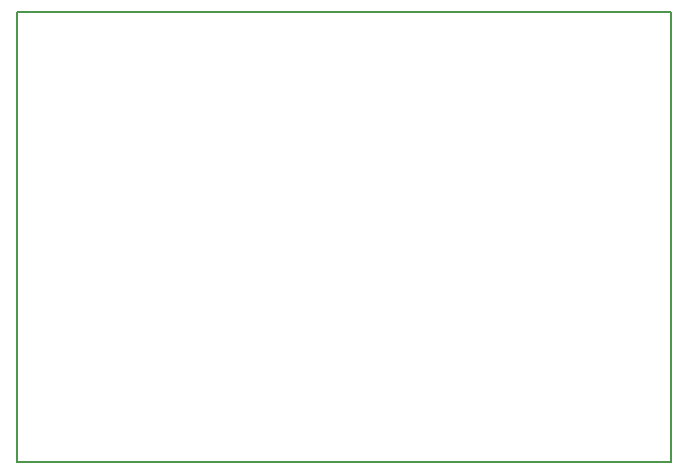
<source format=gm1>
G04 #@! TF.FileFunction,Profile,NP*
%FSLAX46Y46*%
G04 Gerber Fmt 4.6, Leading zero omitted, Abs format (unit mm)*
G04 Created by KiCad (PCBNEW 4.0.6+dfsg1-1) date Wed May  9 14:27:07 2018*
%MOMM*%
%LPD*%
G01*
G04 APERTURE LIST*
%ADD10C,0.100000*%
%ADD11C,0.150000*%
G04 APERTURE END LIST*
D10*
D11*
X124460000Y-89916000D02*
X166116000Y-89916000D01*
X124460000Y-90932000D02*
X124460000Y-89916000D01*
X124460000Y-128016000D02*
X124460000Y-90932000D01*
X179832000Y-128016000D02*
X124460000Y-128016000D01*
X179832000Y-89916000D02*
X179832000Y-128016000D01*
X166116000Y-89916000D02*
X179832000Y-89916000D01*
M02*

</source>
